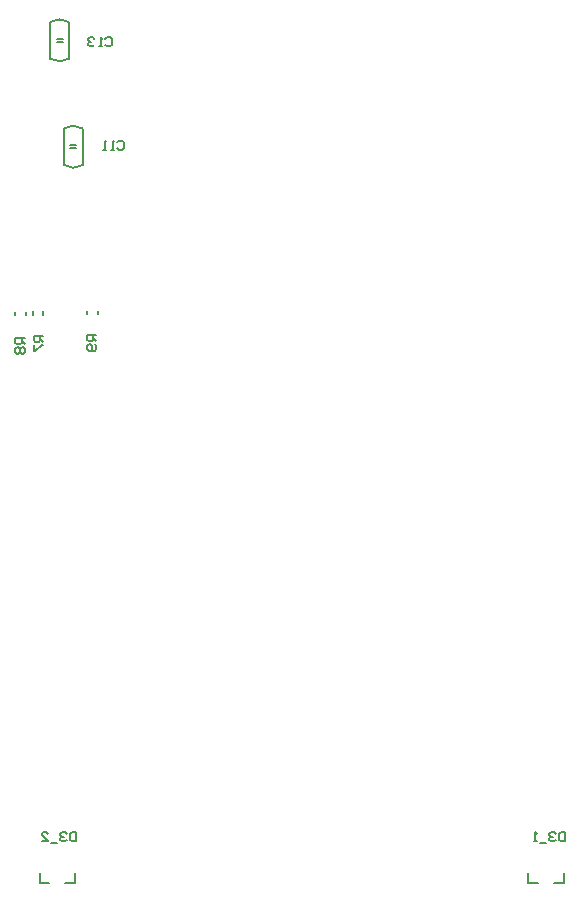
<source format=gbo>
G04*
G04 #@! TF.GenerationSoftware,Altium Limited,Altium Designer,20.0.13 (296)*
G04*
G04 Layer_Color=32896*
%FSLAX44Y44*%
%MOMM*%
G71*
G01*
G75*
%ADD10C,0.1500*%
%ADD12C,0.2000*%
D10*
X205850Y783700D02*
G03*
X221763Y783596I8036J12064D01*
G01*
X221650Y814600D02*
G03*
X205737Y814705I-8036J-12064D01*
G01*
X233150Y724550D02*
G03*
X217237Y724655I-8036J-12064D01*
G01*
X217350Y693650D02*
G03*
X233263Y693546I8036J12064D01*
G01*
X205750Y783750D02*
Y814500D01*
X221750Y783750D02*
Y814500D01*
X211150Y797600D02*
X216450D01*
X211150Y800400D02*
X216450D01*
X233250Y693750D02*
Y724500D01*
X217250Y693750D02*
Y724500D01*
X222550Y710650D02*
X227850D01*
X222550Y707850D02*
X227850D01*
D12*
X237250Y567250D02*
Y570250D01*
X246250Y567250D02*
Y570250D01*
X191000Y567000D02*
Y570000D01*
X200000Y567000D02*
Y570000D01*
X176000Y566500D02*
Y569500D01*
X185000Y566500D02*
Y569500D01*
X218750Y85500D02*
X226750D01*
Y94500D01*
X196750Y85500D02*
X204750D01*
X196750D02*
Y94500D01*
X632750Y85500D02*
X640750D01*
Y94500D01*
X610750Y85500D02*
X618750D01*
X610750D02*
Y94500D01*
X244999Y549664D02*
X237001D01*
Y545666D01*
X238334Y544333D01*
X241000D01*
X242333Y545666D01*
Y549664D01*
Y546999D02*
X244999Y544333D01*
X243666Y541667D02*
X244999Y540334D01*
Y537668D01*
X243666Y536335D01*
X238334D01*
X237001Y537668D01*
Y540334D01*
X238334Y541667D01*
X239667D01*
X241000Y540334D01*
Y536335D01*
X184249Y547164D02*
X176251D01*
Y543166D01*
X177584Y541833D01*
X180250D01*
X181583Y543166D01*
Y547164D01*
Y544499D02*
X184249Y541833D01*
X177584Y539167D02*
X176251Y537834D01*
Y535168D01*
X177584Y533835D01*
X178917D01*
X180250Y535168D01*
X181583Y533835D01*
X182916D01*
X184249Y535168D01*
Y537834D01*
X182916Y539167D01*
X181583D01*
X180250Y537834D01*
X178917Y539167D01*
X177584D01*
X180250Y537834D02*
Y535168D01*
X199999Y549165D02*
X192001D01*
Y545166D01*
X193334Y543833D01*
X196000D01*
X197333Y545166D01*
Y549165D01*
Y546499D02*
X199999Y543833D01*
X192001Y541167D02*
Y535835D01*
X193334D01*
X198666Y541167D01*
X199999D01*
X227836Y128899D02*
Y120902D01*
X223837D01*
X222504Y122235D01*
Y127566D01*
X223837Y128899D01*
X227836D01*
X219839Y127566D02*
X218506Y128899D01*
X215840D01*
X214507Y127566D01*
Y126234D01*
X215840Y124901D01*
X217173D01*
X215840D01*
X214507Y123568D01*
Y122235D01*
X215840Y120902D01*
X218506D01*
X219839Y122235D01*
X211841Y119569D02*
X206509D01*
X198512Y120902D02*
X203844D01*
X198512Y126234D01*
Y127566D01*
X199845Y128899D01*
X202511D01*
X203844Y127566D01*
X641856Y128899D02*
Y120902D01*
X637857D01*
X636524Y122235D01*
Y127566D01*
X637857Y128899D01*
X641856D01*
X633859Y127566D02*
X632526Y128899D01*
X629860D01*
X628527Y127566D01*
Y126234D01*
X629860Y124901D01*
X631193D01*
X629860D01*
X628527Y123568D01*
Y122235D01*
X629860Y120902D01*
X632526D01*
X633859Y122235D01*
X625861Y119569D02*
X620530D01*
X617864Y120902D02*
X615198D01*
X616531D01*
Y128899D01*
X617864Y127566D01*
X252415Y800666D02*
X253748Y801999D01*
X256414D01*
X257747Y800666D01*
Y795334D01*
X256414Y794001D01*
X253748D01*
X252415Y795334D01*
X249749Y794001D02*
X247084D01*
X248416D01*
Y801999D01*
X249749Y800666D01*
X243085D02*
X241752Y801999D01*
X239086D01*
X237753Y800666D01*
Y799333D01*
X239086Y798000D01*
X240419D01*
X239086D01*
X237753Y796667D01*
Y795334D01*
X239086Y794001D01*
X241752D01*
X243085Y795334D01*
X262582Y712916D02*
X263915Y714249D01*
X266581D01*
X267914Y712916D01*
Y707584D01*
X266581Y706251D01*
X263915D01*
X262582Y707584D01*
X259916Y706251D02*
X257251D01*
X258584D01*
Y714249D01*
X259916Y712916D01*
X253252Y706251D02*
X250586D01*
X251919D01*
Y714249D01*
X253252Y712916D01*
M02*

</source>
